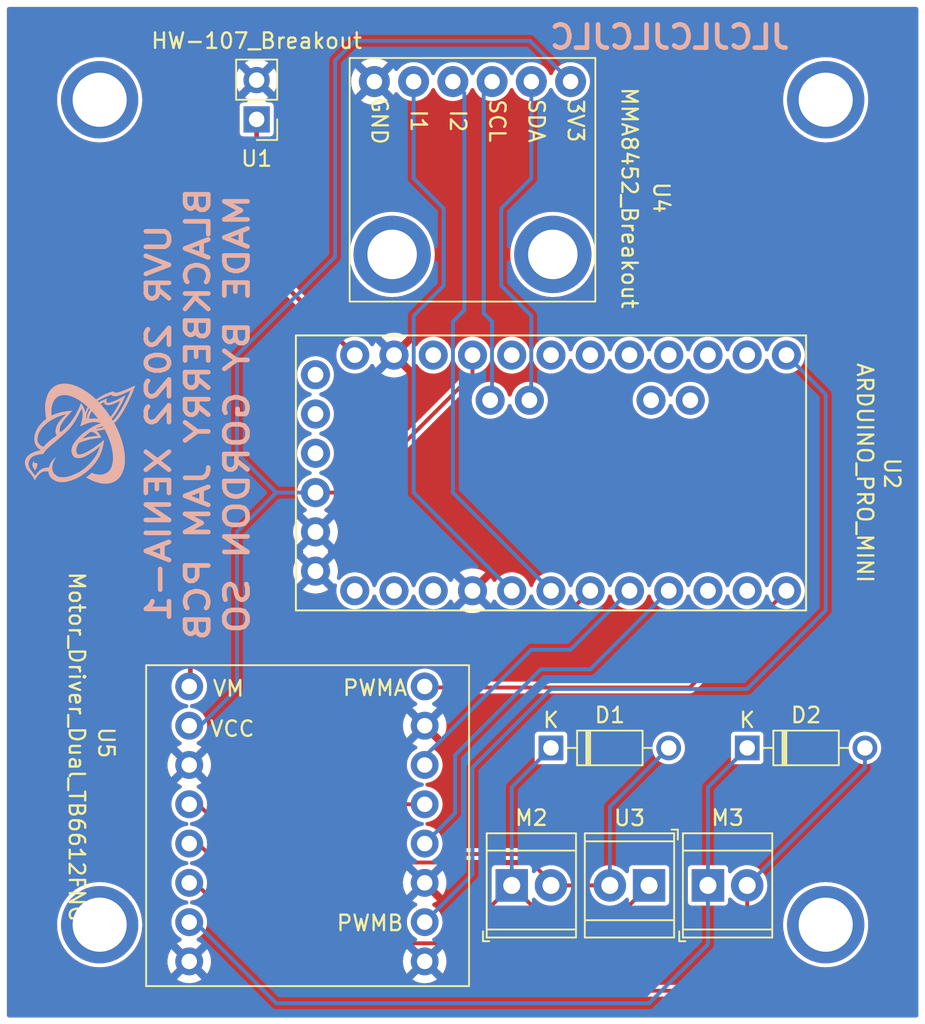
<source format=kicad_pcb>
(kicad_pcb (version 20211014) (generator pcbnew)
  (layers (0 "F.Cu" mixed) (31 "B.Cu" mixed) (34 "B.Paste" user) (35 "F.Paste" user) (36 "B.SilkS" user "B.Silkscreen") (37 "F.SilkS" user "F.Silkscreen") (38 "B.Mask" user) (39 "F.Mask" user) (44 "Edge.Cuts" user))
  (net 0 "")
  (net 1 "Net-(D1-Pad1)")
  (net 2 "Net-(D1-Pad2)")
  (net 3 "Net-(D2-Pad1)")
  (net 4 "Net-(D2-Pad2)")
  (net 8 "D2 (INT0)")
  (net 9 "D3 (INT1)")
  (net 10 "D4")
  (net 11 "D5")
  (net 12 "D6")
  (net 15 "D9 (PWM)")
  (net 16 "D10 (PWM)")
  (net 25 "RAW (V_IN)")
  (net 28 "A5")
  (net 29 "A4")
  (net 30 "GND")
  (net 31 "VCC (3.3V)")
  (footprint "Diode_THT:D_DO-35_SOD27_P7.62mm_Horizontal" (layer "F.Cu") (at 35.56 48.26)
    (fp_text reference "D1" (at 3.81 -2.12) (layer "F.SilkS"))
    (fp_text value "1N4148")
    (fp_text user "K" (at 0 -1.8) (layer "F.SilkS"))
    (pad "1" thru_hole rect (at 0 0) (size 1.6 1.6) (drill 1) (layers *.Cu *.Mask) (net 1 "Net-(D1-Pad1)"))
    (pad "2" thru_hole oval (at 7.62 0) (size 1.6 1.6) (drill 1) (layers *.Cu *.Mask) (net 2 "Net-(D1-Pad2)"))
  )
  (footprint "TerminalBlock_TE-Connectivity:TerminalBlock_TE_282834-2_1x02_P2.54mm_Horizontal" (layer "F.Cu") (at 33.02 57.15)
    (fp_text reference "M2" (at 1.27 -4.37) (layer "F.SilkS"))
    (fp_text value "PUMP2")
    (pad "1" thru_hole rect (at 0 0) (size 2.1 2.1) (drill 1.1) (layers *.Cu *.Mask) (net 1 "Net-(D1-Pad1)"))
    (pad "2" thru_hole circle (at 2.54 0) (size 2.1 2.1) (drill 1.1) (layers *.Cu *.Mask) (net 2 "Net-(D1-Pad2)"))
  )
  (footprint "MountingHole:MountingHole_3.5mm_Pad" (layer "F.Cu") (at 53.34 6.35)
    (fp_text reference "REF**" hide)
    (fp_text value "MountingHole_3.5mm_Pad" hide)
    (pad "" thru_hole circle (at 0 0) (size 5 5) (drill 3.5) (layers *.Cu *.Mask))
  )
  (footprint "Connector_PinHeader_2.54mm:PinHeader_1x02_P2.54mm_Vertical" (layer "F.Cu") (at 16.51 7.62 180)
    (fp_text reference "U1" (at 0 -2.54) (layer "F.SilkS"))
    (fp_text value "HW-107_Breakout" (at 0 5.08) (layer "F.SilkS"))
    (pad "5" thru_hole rect (at 0 0 180) (size 1.7 1.7) (drill 1) (layers *.Cu *.Mask) (net 25 "RAW (V_IN)"))
    (pad "6" thru_hole circle (at 0 2.54 180) (size 1.7 1.7) (drill 1) (layers *.Cu *.Mask) (net 30 "GND"))
  )
  (footprint "BlackberryJam_footprint:MMA8452Q_Breakout" (layer "F.Cu") (at 30.48 3.65 180)
    (fp_text reference "U4" (at -12.224962 -9.027177 270 unlocked) (layer "F.SilkS"))
    (fp_text value "MMA8452_Breakout" (at -10.16 -9.05 270 unlocked) (layer "F.SilkS"))
    (fp_text user "SCL" (at -1.6 -4.064 270 unlocked) (layer "F.SilkS"))
    (fp_text user "I2" (at 0.94 -4.064 270 unlocked) (layer "F.SilkS"))
    (fp_text user "I1" (at 3.48 -4.064 270 unlocked) (layer "F.SilkS"))
    (fp_text user "SDA" (at -4.14 -4.064 270 unlocked) (layer "F.SilkS"))
    (fp_text user "3V3" (at -6.68 -4.064 270 unlocked) (layer "F.SilkS"))
    (fp_text user "GND" (at 6.02 -4.064 270 unlocked) (layer "F.SilkS"))
    (pad "" thru_hole circle (at 5.2 -12.7 180) (size 5 5) (drill 3.2) (layers *.Cu *.Mask))
    (pad "" thru_hole circle (at -5.2 -12.7 180) (size 5 5) (drill 3.2) (layers *.Cu *.Mask))
    (pad "1" thru_hole circle (at -6.35 -1.524 180) (size 2 2) (drill 1) (layers *.Cu *.Mask) (net 31 "VCC (3.3V)"))
    (pad "2" thru_hole circle (at -3.81 -1.524 180) (size 2 2) (drill 1) (layers *.Cu *.Mask) (net 29 "A4"))
    (pad "3" thru_hole circle (at -1.27 -1.524 180) (size 2 2) (drill 1) (layers *.Cu *.Mask) (net 28 "A5"))
    (pad "4" thru_hole circle (at 1.27 -1.524 180) (size 2 2) (drill 1) (layers *.Cu *.Mask) (net 9 "D3 (INT1)"))
    (pad "5" thru_hole circle (at 3.81 -1.524 180) (size 2 2) (drill 1) (layers *.Cu *.Mask) (net 8 "D2 (INT0)"))
    (pad "6" thru_hole circle (at 6.35 -1.524 180) (size 2 2) (drill 1) (layers *.Cu *.Mask) (net 30 "GND"))
  )
  (footprint "BlackberryJam_footprint:Dual_Motor_Driver" (layer "F.Cu") (at 12.146691 62.064319)
    (fp_text reference "U5" (at -5.37 -14.143561 -90 unlocked) (layer "F.SilkS"))
    (fp_text value "Motor_Driver_Dual_TB6612FNG" (at -7.278421 -13.886626 -90 unlocked) (layer "F.SilkS"))
    (fp_text user "PWMB" (at 11.698962 -2.47895 unlocked) (layer "F.SilkS"))
    (fp_text user "PWMA" (at 12.023637 -17.684562 unlocked) (layer "F.SilkS"))
    (fp_text user "VM" (at 2.54 -17.646 unlocked) (layer "F.SilkS"))
    (fp_text user "VCC" (at 2.7803 -15.039662 unlocked) (layer "F.SilkS"))
    (pad "1" thru_hole circle (at 0 -17.78) (size 1.8 1.8) (drill 1) (layers *.Cu *.Mask) (net 25 "RAW (V_IN)"))
    (pad "2" thru_hole circle (at 0 -15.24) (size 1.8 1.8) (drill 1) (layers *.Cu *.Mask) (net 31 "VCC (3.3V)"))
    (pad "3" thru_hole circle (at 0 -12.7) (size 1.8 1.8) (drill 1) (layers *.Cu *.Mask) (net 30 "GND"))
    (pad "4" thru_hole circle (at 0 -10.16) (size 1.8 1.8) (drill 1) (layers *.Cu *.Mask) (net 2 "Net-(D1-Pad2)"))
    (pad "5" thru_hole circle (at 0 -7.62) (size 1.8 1.8) (drill 1) (layers *.Cu *.Mask) (net 1 "Net-(D1-Pad1)"))
    (pad "6" thru_hole circle (at 0 -5.08) (size 1.8 1.8) (drill 1) (layers *.Cu *.Mask) (net 4 "Net-(D2-Pad2)"))
    (pad "7" thru_hole circle (at 0 -2.54) (size 1.8 1.8) (drill 1) (layers *.Cu *.Mask) (net 3 "Net-(D2-Pad1)"))
    (pad "8" thru_hole circle (at 0 0) (size 1.8 1.8) (drill 1) (layers *.Cu *.Mask) (net 30 "GND"))
    (pad "9" thru_hole circle (at 15.24 0) (size 1.8 1.8) (drill 1) (layers *.Cu *.Mask) (net 30 "GND"))
    (pad "10" thru_hole circle (at 15.24 -2.54) (size 1.8 1.8) (drill 1) (layers *.Cu *.Mask) (net 16 "D10 (PWM)"))
    (pad "11" thru_hole circle (at 15.24 -5.08) (size 1.8 1.8) (drill 1) (layers *.Cu *.Mask) (net 30 "GND"))
    (pad "12" thru_hole circle (at 15.24 -7.62) (size 1.8 1.8) (drill 1) (layers *.Cu *.Mask) (net 12 "D6"))
    (pad "13" thru_hole circle (at 15.24 -10.16) (size 1.8 1.8) (drill 1) (layers *.Cu *.Mask) (net 10 "D4"))
    (pad "14" thru_hole circle (at 15.24 -12.7) (size 1.8 1.8) (drill 1) (layers *.Cu *.Mask) (net 11 "D5"))
    (pad "15" thru_hole circle (at 15.24 -15.24) (size 1.8 1.8) (drill 1) (layers *.Cu *.Mask) (net 30 "GND"))
    (pad "16" thru_hole circle (at 15.24 -17.78) (size 1.8 1.8) (drill 1) (layers *.Cu *.Mask) (net 15 "D9 (PWM)"))
  )
  (footprint "TerminalBlock_TE-Connectivity:TerminalBlock_TE_282834-2_1x02_P2.54mm_Horizontal" (layer "F.Cu") (at 41.91 57.15 180)
    (fp_text reference "U3" (at 1.263159 4.355701) (layer "F.SilkS"))
    (fp_text value "Slip_Ring")
    (pad "1" thru_hole rect (at 0 0 180) (size 2.1 2.1) (drill 1.1) (layers *.Cu *.Mask) (net 1 "Net-(D1-Pad1)"))
    (pad "2" thru_hole circle (at 2.54 0 180) (size 2.1 2.1) (drill 1.1) (layers *.Cu *.Mask) (net 2 "Net-(D1-Pad2)"))
  )
  (footprint "BlackberryJam_footprint:ARDUINO_PRO_MINI" (layer "F.Cu") (at 35.56 30.48 90)
    (fp_text reference "U2" (at -0.028626 22.079707 -90 unlocked) (layer "F.SilkS"))
    (fp_text value "ARDUINO_PRO_MINI" (at 0 20.32 -90 unlocked) (layer "F.SilkS"))
    (pad "JP1_1" thru_hole circle (at 6.35 -15.24 90) (size 1.8796 1.8796) (drill 1.016) (layers *.Cu *.Mask))
    (pad "JP1_2" thru_hole circle (at 3.81 -15.24 90) (size 1.8796 1.8796) (drill 1.016) (layers *.Cu *.Mask))
    (pad "JP1_3" thru_hole circle (at 1.27 -15.24 90) (size 1.8796 1.8796) (drill 1.016) (layers *.Cu *.Mask))
    (pad "JP1_4" thru_hole circle (at -1.27 -15.24 90) (size 1.8796 1.8796) (drill 1.016) (layers *.Cu *.Mask) (net 31 "VCC (3.3V)"))
    (pad "JP1_5" thru_hole circle (at -3.81 -15.24 90) (size 1.8796 1.8796) (drill 1.016) (layers *.Cu *.Mask) (net 30 "GND"))
    (pad "JP1_6" thru_hole circle (at -6.35 -15.24 90) (size 1.8796 1.8796) (drill 1.016) (layers *.Cu *.Mask) (net 30 "GND"))
    (pad "JP2_1" thru_hole circle (at 4.699 -1.397 90) (size 1.8796 1.8796) (drill 1.016) (layers *.Cu *.Mask) (net 29 "A4"))
    (pad "JP2_2" thru_hole circle (at 4.699 -3.937 90) (size 1.8796 1.8796) (drill 1.016) (layers *.Cu *.Mask) (net 28 "A5"))
    (pad "JP3_1" thru_hole circle (at 4.699 9.017 90) (size 1.8796 1.8796) (drill 1.016) (layers *.Cu *.Mask))
    (pad "JP3_2" thru_hole circle (at 4.699 6.477 90) (size 1.8796 1.8796) (drill 1.016) (layers *.Cu *.Mask))
    (pad "JP6_1" thru_hole circle (at 7.62 -12.7 90) (size 1.8796 1.8796) (drill 1.016) (layers *.Cu *.Mask) (net 25 "RAW (V_IN)"))
    (pad "JP6_2" thru_hole circle (at 7.62 -10.16 90) (size 1.8796 1.8796) (drill 1.016) (layers *.Cu *.Mask) (net 30 "GND"))
    (pad "JP6_3" thru_hole circle (at 7.62 -7.62 90) (size 1.8796 1.8796) (drill 1.016) (layers *.Cu *.Mask))
    (pad "JP6_4" thru_hole circle (at 7.62 -5.08 90) (size 1.8796 1.8796) (drill 1.016) (layers *.Cu *.Mask) (net 31 "VCC (3.3V)"))
    (pad "JP6_5" thru_hole circle (at 7.62 -2.54 90) (size 1.8796 1.8796) (drill 1.016) (layers *.Cu *.Mask))
    (pad "JP6_6" thru_hole circle (at 7.62 0 90) (size 1.8796 1.8796) (drill 1.016) (layers *.Cu *.Mask))
    (pad "JP6_7" thru_hole circle (at 7.62 2.54 90) (size 1.8796 1.8796) (drill 1.016) (layers *.Cu *.Mask))
    (pad "JP6_8" thru_hole circle (at 7.62 5.08 90) (size 1.8796 1.8796) (drill 1.016) (layers *.Cu *.Mask))
    (pad "JP6_9" thru_hole circle (at 7.62 7.62 90) (size 1.8796 1.8796) (drill 1.016) (layers *.Cu *.Mask))
    (pad "JP6_10" thru_hole circle (at 7.62 10.16 90) (size 1.8796 1.8796) (drill 1.016) (layers *.Cu *.Mask))
    (pad "JP6_11" thru_hole circle (at 7.62 12.7 90) (size 1.8796 1.8796) (drill 1.016) (layers *.Cu *.Mask))
    (pad "JP6_12" thru_hole circle (at 7.62 15.24 90) (size 1.8796 1.8796) (drill 1.016) (layers *.Cu *.Mask) (net 16 "D10 (PWM)"))
    (pad "JP7_1" thru_hole circle (at -7.62 15.24 90) (size 1.8796 1.8796) (drill 1.016) (layers *.Cu *.Mask) (net 15 "D9 (PWM)"))
    (pad "JP7_2" thru_hole circle (at -7.62 12.7 90) (size 1.8796 1.8796) (drill 1.016) (layers *.Cu *.Mask))
    (pad "JP7_3" thru_hole circle (at -7.62 10.16 90) (size 1.8796 1.8796) (drill 1.016) (layers *.Cu *.Mask))
    (pad "JP7_4" thru_hole circle (at -7.62 7.62 90) (size 1.8796 1.8796) (drill 1.016) (layers *.Cu *.Mask) (net 12 "D6"))
    (pad "JP7_5" thru_hole circle (at -7.62 5.08 90) (size 1.8796 1.8796) (drill 1.016) (layers *.Cu *.Mask) (net 11 "D5"))
    (pad "JP7_6" thru_hole circle (at -7.62 2.54 90) (size 1.8796 1.8796) (drill 1.016) (layers *.Cu *.Mask) (net 10 "D4"))
    (pad "JP7_7" thru_hole circle (at -7.62 0 90) (size 1.8796 1.8796) (drill 1.016) (layers *.Cu *.Mask) (net 9 "D3 (INT1)"))
    (pad "JP7_8" thru_hole circle (at -7.62 -2.54 90) (size 1.8796 1.8796) (drill 1.016) (layers *.Cu *.Mask) (net 8 "D2 (INT0)"))
    (pad "JP7_9" thru_hole circle (at -7.62 -5.08 90) (size 1.8796 1.8796) (drill 1.016) (layers *.Cu *.Mask) (net 30 "GND"))
    (pad "JP7_10" thru_hole circle (at -7.62 -7.62 90) (size 1.8796 1.8796) (drill 1.016) (layers *.Cu *.Mask))
    (pad "JP7_11" thru_hole circle (at -7.62 -10.16 90) (size 1.8796 1.8796) (drill 1.016) (layers *.Cu *.Mask))
    (pad "JP7_12" thru_hole circle (at -7.62 -12.7 90) (size 1.8796 1.8796) (drill 1.016) (layers *.Cu *.Mask))
  )
  (footprint "MountingHole:MountingHole_3.5mm_Pad" (layer "F.Cu") (at 6.35 59.69)
    (fp_text reference "REF**" hide)
    (fp_text value "MountingHole_3.5mm_Pad" hide)
    (pad "" thru_hole circle (at 0 0) (size 5 5) (drill 3.5) (layers *.Cu *.Mask))
  )
  (footprint "MountingHole:MountingHole_3.5mm_Pad" (layer "F.Cu") (at 6.35 6.35)
    (fp_text reference "REF**" hide)
    (fp_text value "MountingHole_3.5mm_Pad" hide)
    (pad "" thru_hole circle (at 0 0) (size 5 5) (drill 3.5) (layers *.Cu *.Mask))
  )
  (footprint "Diode_THT:D_DO-35_SOD27_P7.62mm_Horizontal" (layer "F.Cu") (at 48.26 48.26)
    (fp_text reference "D2" (at 3.81 -2.12) (layer "F.SilkS"))
    (fp_text value "1N4148")
    (fp_text user "K" (at 0 -1.8) (layer "F.SilkS"))
    (pad "1" thru_hole rect (at 0 0) (size 1.6 1.6) (drill 1) (layers *.Cu *.Mask) (net 3 "Net-(D2-Pad1)"))
    (pad "2" thru_hole oval (at 7.62 0) (size 1.6 1.6) (drill 1) (layers *.Cu *.Mask) (net 4 "Net-(D2-Pad2)"))
  )
  (footprint "MountingHole:MountingHole_3.5mm_Pad" (layer "F.Cu") (at 53.34 59.69)
    (fp_text reference "REF**" hide)
    (fp_text value "MountingHole_3.5mm_Pad" hide)
    (pad "" thru_hole circle (at 0 0) (size 5 5) (drill 3.5) (layers *.Cu *.Mask))
  )
  (footprint "TerminalBlock_TE-Connectivity:TerminalBlock_TE_282834-2_1x02_P2.54mm_Horizontal" (layer "F.Cu") (at 45.72 57.15)
    (fp_text reference "M3" (at 1.27 -4.37) (layer "F.SilkS"))
    (fp_text value "CONTROL GROUP MOTOR")
    (pad "1" thru_hole rect (at 0 0) (size 2.1 2.1) (drill 1.1) (layers *.Cu *.Mask) (net 3 "Net-(D2-Pad1)"))
    (pad "2" thru_hole circle (at 2.54 0) (size 2.1 2.1) (drill 1.1) (layers *.Cu *.Mask) (net 4 "Net-(D2-Pad2)"))
  )
  (footprint "LOGO" (layer "B.Cu") (at 5.08 27.94 -90)
    (fp_text reference "UVR 2022 XENIA-1 " (at 0 -5.08 90) (layer "B.SilkS") (effects (font (size 1.5 1.75) (thickness 0.3)) (justify mirror)))
    (fp_text value "LOGO" hide)
  )
  (gr_text "MADE BY GORDON SO" (at 15.24 26.67 90) (layer "B.SilkS") (effects (font (size 1.5 1.75) (thickness 0.3)) (justify mirror)))
  (gr_text "JLCJLCJLCJLC" (at 43.249514 2.300853) (layer "B.SilkS") (effects (font (size 1.5 1.5) (thickness 0.3)) (justify mirror)))
  (gr_text "BLACKBERRY JAM PCB" (at 12.7 26.67 90) (layer "B.SilkS") (effects (font (size 1.5 1.75) (thickness 0.3)) (justify mirror)))
  (segment (start 35.56 59.69) (end 39.37 59.69) (width 0.25) (layer "F.Cu") (net 1))
  (segment (start 39.37 59.69) (end 41.91 57.15) (width 0.25) (layer "F.Cu") (net 1))
  (segment (start 33.02 57.15) (end 35.56 59.69) (width 0.25) (layer "F.Cu") (net 1))
  (segment (start 29.276722 60.893278) (end 33.02 57.15) (width 0.25) (layer "F.Cu") (net 1))
  (segment (start 19.173278 60.893278) (end 29.276722 60.893278) (width 0.25) (layer "F.Cu") (net 1))
  (segment (start 12.795 54.515) (end 19.173278 60.893278) (width 0.25) (layer "F.Cu") (net 1))
  (segment (start 33.02 50.8) (end 33.02 57.15) (width 0.25) (layer "B.Cu") (net 1))
  (segment (start 35.56 48.26) (end 33.02 50.8) (width 0.25) (layer "B.Cu") (net 1))
  (segment (start 29.092704 55.121492) (end 33.740514 55.121492) (width 0.25) (layer "F.Cu") (net 2))
  (segment (start 33.740514 55.121492) (end 35.56 56.940978) (width 0.25) (layer "F.Cu") (net 2))
  (segment (start 16.48883 55.66883) (end 28.545366 55.66883) (width 0.25) (layer "F.Cu") (net 2))
  (segment (start 35.56 56.940978) (end 35.56 57.15) (width 0.25) (layer "F.Cu") (net 2))
  (segment (start 28.545366 55.66883) (end 29.092704 55.121492) (width 0.25) (layer "F.Cu") (net 2))
  (segment (start 12.795 51.975) (end 16.48883 55.66883) (width 0.25) (layer "F.Cu") (net 2))
  (segment (start 35.56 57.15) (end 39.37 57.15) (width 0.25) (layer "F.Cu") (net 2))
  (segment (start 43.18 48.26) (end 39.37 52.07) (width 0.25) (layer "B.Cu") (net 2))
  (segment (start 39.37 52.07) (end 39.37 57.15) (width 0.25) (layer "B.Cu") (net 2))
  (segment (start 45.72 60.96) (end 45.72 57.15) (width 0.25) (layer "B.Cu") (net 3))
  (segment (start 41.91 64.77) (end 45.72 60.96) (width 0.25) (layer "B.Cu") (net 3))
  (segment (start 17.78 64.77) (end 12.605 59.595) (width 0.25) (layer "B.Cu") (net 3))
  (segment (start 48.26 48.26) (end 45.72 50.8) (width 0.25) (layer "B.Cu") (net 3))
  (segment (start 41.91 64.77) (end 17.78 64.77) (width 0.25) (layer "B.Cu") (net 3))
  (segment (start 45.72 50.8) (end 45.72 57.15) (width 0.25) (layer "B.Cu") (net 3))
  (segment (start 45.260178 63.959822) (end 48.26 60.96) (width 0.25) (layer "F.Cu") (net 4))
  (segment (start 48.26 60.96) (end 48.26 57.15) (width 0.25) (layer "F.Cu") (net 4))
  (segment (start 12.605 57.055) (end 19.509822 63.959822) (width 0.25) (layer "F.Cu") (net 4))
  (segment (start 19.509822 63.959822) (end 45.260178 63.959822) (width 0.25) (layer "F.Cu") (net 4))
  (segment (start 55.88 48.26) (end 55.88 49.53) (width 0.25) (layer "B.Cu") (net 4))
  (segment (start 55.88 49.53) (end 48.26 57.15) (width 0.25) (layer "B.Cu") (net 4))
  (segment (start 26.67 5.174) (end 26.67 11.43) (width 0.25) (layer "B.Cu") (net 8))
  (segment (start 28.615147 18.374853) (end 26.675689 20.314311) (width 0.25) (layer "B.Cu") (net 8))
  (segment (start 28.615147 13.375147) (end 28.615147 18.374853) (width 0.25) (layer "B.Cu") (net 8))
  (segment (start 26.67 11.43) (end 28.615147 13.375147) (width 0.25) (layer "B.Cu") (net 8))
  (segment (start 26.675689 20.314311) (end 26.675689 31.755689) (width 0.25) (layer "B.Cu") (net 8))
  (segment (start 26.675689 31.755689) (end 33.02 38.1) (width 0.25) (layer "B.Cu") (net 8))
  (segment (start 29.215689 31.755689) (end 35.56 38.1) (width 0.25) (layer "B.Cu") (net 9))
  (segment (start 29.951102 19.954895) (end 29.215689 20.690308) (width 0.25) (layer "B.Cu") (net 9))
  (segment (start 29.21 5.174) (end 29.951102 5.915102) (width 0.25) (layer "B.Cu") (net 9))
  (segment (start 29.215689 20.690308) (end 29.215689 31.755689) (width 0.25) (layer "B.Cu") (net 9))
  (segment (start 29.951102 5.915102) (end 29.951102 19.954895) (width 0.25) (layer "B.Cu") (net 9))
  (segment (start 22.86 40.64) (end 20.32 43.18) (width 0.25) (layer "F.Cu") (net 10))
  (segment (start 20.32 43.18) (end 20.32 48.07) (width 0.25) (layer "F.Cu") (net 10))
  (segment (start 38.1 38.1) (end 35.56 40.64) (width 0.25) (layer "F.Cu") (net 10))
  (segment (start 24.154319 51.904319) (end 27.386691 51.904319) (width 0.25) (layer "F.Cu") (net 10))
  (segment (start 20.32 48.07) (end 24.154319 51.904319) (width 0.25) (layer "F.Cu") (net 10))
  (segment (start 35.56 40.64) (end 22.86 40.64) (width 0.25) (layer "F.Cu") (net 10))
  (segment (start 27.386691 48.813309) (end 34.29 41.91) (width 0.25) (layer "B.Cu") (net 11))
  (segment (start 27.386691 49.364319) (end 27.386691 48.813309) (width 0.25) (layer "B.Cu") (net 11))
  (segment (start 36.83 41.91) (end 40.64 38.1) (width 0.25) (layer "B.Cu") (net 11))
  (segment (start 34.29 41.91) (end 36.83 41.91) (width 0.25) (layer "B.Cu") (net 11))
  (segment (start 29.356908 52.474102) (end 29.356908 48.722341) (width 0.25) (layer "B.Cu") (net 12))
  (segment (start 38.1 43.18) (end 43.18 38.1) (width 0.25) (layer "B.Cu") (net 12))
  (segment (start 29.356908 48.722341) (end 34.899249 43.18) (width 0.25) (layer "B.Cu") (net 12))
  (segment (start 34.899249 43.18) (end 38.1 43.18) (width 0.25) (layer "B.Cu") (net 12))
  (segment (start 27.386691 54.444319) (end 29.356908 52.474102) (width 0.25) (layer "B.Cu") (net 12))
  (segment (start 44.545 44.355) (end 27.457372 44.355) (width 0.25) (layer "F.Cu") (net 15))
  (segment (start 50.8 38.1) (end 44.545 44.355) (width 0.25) (layer "F.Cu") (net 15))
  (segment (start 27.457372 44.355) (end 27.386691 44.284319) (width 0.25) (layer "F.Cu") (net 15))
  (segment (start 48.26 44.45) (end 53.34 39.37) (width 0.25) (layer "B.Cu") (net 16))
  (segment (start 30.48 49.53) (end 35.56 44.45) (width 0.25) (layer "B.Cu") (net 16))
  (segment (start 30.48 56.43101) (end 30.48 49.53) (width 0.25) (layer "B.Cu") (net 16))
  (segment (start 53.34 39.37) (end 53.34 25.4) (width 0.25) (layer "B.Cu") (net 16))
  (segment (start 27.386691 59.524319) (end 30.48 56.43101) (width 0.25) (layer "B.Cu") (net 16))
  (segment (start 53.34 25.4) (end 50.8 22.86) (width 0.25) (layer "B.Cu") (net 16))
  (segment (start 35.56 44.45) (end 48.26 44.45) (width 0.25) (layer "B.Cu") (net 16))
  (segment (start 16.51 16.51) (end 12.221184 20.798816) (width 0.3) (layer "F.Cu") (net 25))
  (segment (start 12.221184 20.798816) (end 12.221184 43.781184) (width 0.3) (layer "F.Cu") (net 25))
  (segment (start 22.86 22.86) (end 16.51 16.51) (width 0.3) (layer "F.Cu") (net 25))
  (segment (start 16.51 7.62) (end 16.51 16.51) (width 0.3) (layer "F.Cu") (net 25))
  (segment (start 12.221184 43.781184) (end 12.795 44.355) (width 0.3) (layer "F.Cu") (net 25))
  (segment (start 31.204299 5.719701) (end 31.204299 20.150296) (width 0.25) (layer "B.Cu") (net 28))
  (segment (start 30.861 25.781) (end 31.623 25.781) (width 0.25) (layer "B.Cu") (net 28))
  (segment (start 31.612993 25.781) (end 31.623 25.781) (width 0.25) (layer "B.Cu") (net 28))
  (segment (start 31.204299 20.150296) (end 31.744311 20.690308) (width 0.25) (layer "B.Cu") (net 28))
  (segment (start 31.744311 25.659689) (end 31.623 25.781) (width 0.25) (layer "B.Cu") (net 28))
  (segment (start 31.75 5.174) (end 31.204299 5.719701) (width 0.25) (layer "B.Cu") (net 28))
  (segment (start 31.744311 20.690308) (end 31.744311 25.659689) (width 0.25) (layer "B.Cu") (net 28))
  (segment (start 32.339269 13.380731) (end 32.339269 18.369269) (width 0.25) (layer "B.Cu") (net 29))
  (segment (start 34.29 5.174) (end 34.29 11.43) (width 0.25) (layer "B.Cu") (net 29))
  (segment (start 34.284311 20.314311) (end 34.284311 25.659689) (width 0.25) (layer "B.Cu") (net 29))
  (segment (start 32.339269 18.369269) (end 34.284311 20.314311) (width 0.25) (layer "B.Cu") (net 29))
  (segment (start 34.152993 25.781) (end 34.163 25.781) (width 0.25) (layer "B.Cu") (net 29))
  (segment (start 34.284311 25.659689) (end 34.163 25.781) (width 0.25) (layer "B.Cu") (net 29))
  (segment (start 34.29 11.43) (end 32.339269 13.380731) (width 0.25) (layer "B.Cu") (net 29))
  (segment (start 22.86 31.75) (end 30.48 24.13) (width 0.25) (layer "F.Cu") (net 31))
  (segment (start 20.32 31.75) (end 22.86 31.75) (width 0.25) (layer "F.Cu") (net 31))
  (segment (start 30.48 24.13) (end 30.48 22.86) (width 0.25) (layer "F.Cu") (net 31))
  (segment (start 21.59 3.81) (end 22.86 2.54) (width 0.25) (layer "B.Cu") (net 31))
  (segment (start 15.24 34.29) (end 15.24 44.45) (width 0.25) (layer "B.Cu") (net 31))
  (segment (start 21.59 16.51) (end 17.78 20.32) (width 0.25) (layer "B.Cu") (net 31))
  (segment (start 15.24 29.21) (end 15.24 22.86) (width 0.25) (layer "B.Cu") (net 31))
  (segment (start 17.78 31.75) (end 15.24 29.21) (width 0.25) (layer "B.Cu") (net 31))
  (segment (start 15.24 22.86) (end 17.78 20.32) (width 0.25) (layer "B.Cu") (net 31))
  (segment (start 17.78 31.75) (end 15.24 34.29) (width 0.25) (layer "B.Cu") (net 31))
  (segment (start 34.196 2.54) (end 36.83 5.174) (width 0.25) (layer "B.Cu") (net 31))
  (segment (start 22.86 2.54) (end 34.196 2.54) (width 0.25) (layer "B.Cu") (net 31))
  (segment (start 21.59 3.81) (end 21.59 16.51) (width 0.25) (layer "B.Cu") (net 31))
  (segment (start 20.32 31.75) (end 17.78 31.75) (width 0.25) (layer "B.Cu") (net 31))
  (segment (start 15.1925 44.4975) (end 12.7475 46.9425) (width 0.25) (layer "B.Cu") (net 31))
  (zone (net 30) (net_name "GND") (layers F&B.Cu) (connect_pads (clearance 0.254)) (min_thickness 0.254) (fill yes (thermal_gap 0.508) (thermal_bridge_width 0.508))
    (polygon (pts (xy 59.69 66.04) (xy 0 66.04) (xy 0 0) (xy 59.69 0)))
  )
)
</source>
